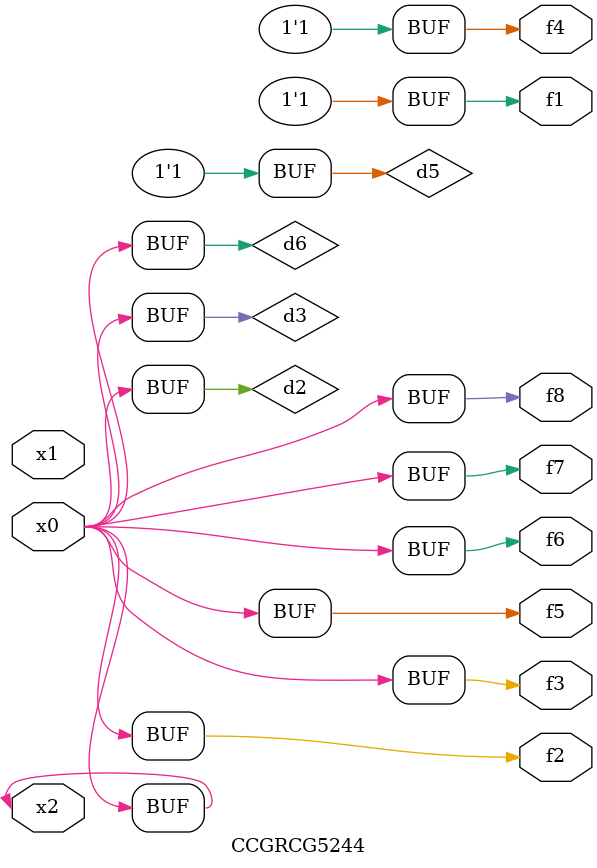
<source format=v>
module CCGRCG5244(
	input x0, x1, x2,
	output f1, f2, f3, f4, f5, f6, f7, f8
);

	wire d1, d2, d3, d4, d5, d6;

	xnor (d1, x2);
	buf (d2, x0, x2);
	and (d3, x0);
	xnor (d4, x1, x2);
	nand (d5, d1, d3);
	buf (d6, d2, d3);
	assign f1 = d5;
	assign f2 = d6;
	assign f3 = d6;
	assign f4 = d5;
	assign f5 = d6;
	assign f6 = d6;
	assign f7 = d6;
	assign f8 = d6;
endmodule

</source>
